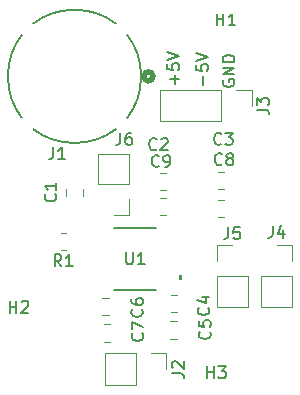
<source format=gbr>
%TF.GenerationSoftware,KiCad,Pcbnew,8.0.1*%
%TF.CreationDate,2024-04-15T14:24:42+02:00*%
%TF.ProjectId,Transmitter prototype,5472616e-736d-4697-9474-65722070726f,rev?*%
%TF.SameCoordinates,Original*%
%TF.FileFunction,Legend,Top*%
%TF.FilePolarity,Positive*%
%FSLAX46Y46*%
G04 Gerber Fmt 4.6, Leading zero omitted, Abs format (unit mm)*
G04 Created by KiCad (PCBNEW 8.0.1) date 2024-04-15 14:24:42*
%MOMM*%
%LPD*%
G01*
G04 APERTURE LIST*
%ADD10C,0.150000*%
%ADD11C,0.120000*%
%ADD12C,0.152400*%
%ADD13C,0.000000*%
%ADD14C,0.508000*%
G04 APERTURE END LIST*
D10*
X175752238Y-76600211D02*
X175704619Y-76695449D01*
X175704619Y-76695449D02*
X175704619Y-76838306D01*
X175704619Y-76838306D02*
X175752238Y-76981163D01*
X175752238Y-76981163D02*
X175847476Y-77076401D01*
X175847476Y-77076401D02*
X175942714Y-77124020D01*
X175942714Y-77124020D02*
X176133190Y-77171639D01*
X176133190Y-77171639D02*
X176276047Y-77171639D01*
X176276047Y-77171639D02*
X176466523Y-77124020D01*
X176466523Y-77124020D02*
X176561761Y-77076401D01*
X176561761Y-77076401D02*
X176657000Y-76981163D01*
X176657000Y-76981163D02*
X176704619Y-76838306D01*
X176704619Y-76838306D02*
X176704619Y-76743068D01*
X176704619Y-76743068D02*
X176657000Y-76600211D01*
X176657000Y-76600211D02*
X176609380Y-76552592D01*
X176609380Y-76552592D02*
X176276047Y-76552592D01*
X176276047Y-76552592D02*
X176276047Y-76743068D01*
X176704619Y-76124020D02*
X175704619Y-76124020D01*
X175704619Y-76124020D02*
X176704619Y-75552592D01*
X176704619Y-75552592D02*
X175704619Y-75552592D01*
X176704619Y-75076401D02*
X175704619Y-75076401D01*
X175704619Y-75076401D02*
X175704619Y-74838306D01*
X175704619Y-74838306D02*
X175752238Y-74695449D01*
X175752238Y-74695449D02*
X175847476Y-74600211D01*
X175847476Y-74600211D02*
X175942714Y-74552592D01*
X175942714Y-74552592D02*
X176133190Y-74504973D01*
X176133190Y-74504973D02*
X176276047Y-74504973D01*
X176276047Y-74504973D02*
X176466523Y-74552592D01*
X176466523Y-74552592D02*
X176561761Y-74600211D01*
X176561761Y-74600211D02*
X176657000Y-74695449D01*
X176657000Y-74695449D02*
X176704619Y-74838306D01*
X176704619Y-74838306D02*
X176704619Y-75076401D01*
X171650066Y-76930020D02*
X171650066Y-76168116D01*
X172031019Y-76549068D02*
X171269114Y-76549068D01*
X171031019Y-75215735D02*
X171031019Y-75691925D01*
X171031019Y-75691925D02*
X171507209Y-75739544D01*
X171507209Y-75739544D02*
X171459590Y-75691925D01*
X171459590Y-75691925D02*
X171411971Y-75596687D01*
X171411971Y-75596687D02*
X171411971Y-75358592D01*
X171411971Y-75358592D02*
X171459590Y-75263354D01*
X171459590Y-75263354D02*
X171507209Y-75215735D01*
X171507209Y-75215735D02*
X171602447Y-75168116D01*
X171602447Y-75168116D02*
X171840542Y-75168116D01*
X171840542Y-75168116D02*
X171935780Y-75215735D01*
X171935780Y-75215735D02*
X171983400Y-75263354D01*
X171983400Y-75263354D02*
X172031019Y-75358592D01*
X172031019Y-75358592D02*
X172031019Y-75596687D01*
X172031019Y-75596687D02*
X171983400Y-75691925D01*
X171983400Y-75691925D02*
X171935780Y-75739544D01*
X171031019Y-74882401D02*
X172031019Y-74549068D01*
X172031019Y-74549068D02*
X171031019Y-74215735D01*
X174088466Y-77031620D02*
X174088466Y-76269716D01*
X173469419Y-75317335D02*
X173469419Y-75793525D01*
X173469419Y-75793525D02*
X173945609Y-75841144D01*
X173945609Y-75841144D02*
X173897990Y-75793525D01*
X173897990Y-75793525D02*
X173850371Y-75698287D01*
X173850371Y-75698287D02*
X173850371Y-75460192D01*
X173850371Y-75460192D02*
X173897990Y-75364954D01*
X173897990Y-75364954D02*
X173945609Y-75317335D01*
X173945609Y-75317335D02*
X174040847Y-75269716D01*
X174040847Y-75269716D02*
X174278942Y-75269716D01*
X174278942Y-75269716D02*
X174374180Y-75317335D01*
X174374180Y-75317335D02*
X174421800Y-75364954D01*
X174421800Y-75364954D02*
X174469419Y-75460192D01*
X174469419Y-75460192D02*
X174469419Y-75698287D01*
X174469419Y-75698287D02*
X174421800Y-75793525D01*
X174421800Y-75793525D02*
X174374180Y-75841144D01*
X173469419Y-74984001D02*
X174469419Y-74650668D01*
X174469419Y-74650668D02*
X173469419Y-74317335D01*
X174396495Y-101851619D02*
X174396495Y-100851619D01*
X174396495Y-101327809D02*
X174967923Y-101327809D01*
X174967923Y-101851619D02*
X174967923Y-100851619D01*
X175348876Y-100851619D02*
X175967923Y-100851619D01*
X175967923Y-100851619D02*
X175634590Y-101232571D01*
X175634590Y-101232571D02*
X175777447Y-101232571D01*
X175777447Y-101232571D02*
X175872685Y-101280190D01*
X175872685Y-101280190D02*
X175920304Y-101327809D01*
X175920304Y-101327809D02*
X175967923Y-101423047D01*
X175967923Y-101423047D02*
X175967923Y-101661142D01*
X175967923Y-101661142D02*
X175920304Y-101756380D01*
X175920304Y-101756380D02*
X175872685Y-101804000D01*
X175872685Y-101804000D02*
X175777447Y-101851619D01*
X175777447Y-101851619D02*
X175491733Y-101851619D01*
X175491733Y-101851619D02*
X175396495Y-101804000D01*
X175396495Y-101804000D02*
X175348876Y-101756380D01*
X174603580Y-97905866D02*
X174651200Y-97953485D01*
X174651200Y-97953485D02*
X174698819Y-98096342D01*
X174698819Y-98096342D02*
X174698819Y-98191580D01*
X174698819Y-98191580D02*
X174651200Y-98334437D01*
X174651200Y-98334437D02*
X174555961Y-98429675D01*
X174555961Y-98429675D02*
X174460723Y-98477294D01*
X174460723Y-98477294D02*
X174270247Y-98524913D01*
X174270247Y-98524913D02*
X174127390Y-98524913D01*
X174127390Y-98524913D02*
X173936914Y-98477294D01*
X173936914Y-98477294D02*
X173841676Y-98429675D01*
X173841676Y-98429675D02*
X173746438Y-98334437D01*
X173746438Y-98334437D02*
X173698819Y-98191580D01*
X173698819Y-98191580D02*
X173698819Y-98096342D01*
X173698819Y-98096342D02*
X173746438Y-97953485D01*
X173746438Y-97953485D02*
X173794057Y-97905866D01*
X173698819Y-97001104D02*
X173698819Y-97477294D01*
X173698819Y-97477294D02*
X174175009Y-97524913D01*
X174175009Y-97524913D02*
X174127390Y-97477294D01*
X174127390Y-97477294D02*
X174079771Y-97382056D01*
X174079771Y-97382056D02*
X174079771Y-97143961D01*
X174079771Y-97143961D02*
X174127390Y-97048723D01*
X174127390Y-97048723D02*
X174175009Y-97001104D01*
X174175009Y-97001104D02*
X174270247Y-96953485D01*
X174270247Y-96953485D02*
X174508342Y-96953485D01*
X174508342Y-96953485D02*
X174603580Y-97001104D01*
X174603580Y-97001104D02*
X174651200Y-97048723D01*
X174651200Y-97048723D02*
X174698819Y-97143961D01*
X174698819Y-97143961D02*
X174698819Y-97382056D01*
X174698819Y-97382056D02*
X174651200Y-97477294D01*
X174651200Y-97477294D02*
X174603580Y-97524913D01*
X168863180Y-96026266D02*
X168910800Y-96073885D01*
X168910800Y-96073885D02*
X168958419Y-96216742D01*
X168958419Y-96216742D02*
X168958419Y-96311980D01*
X168958419Y-96311980D02*
X168910800Y-96454837D01*
X168910800Y-96454837D02*
X168815561Y-96550075D01*
X168815561Y-96550075D02*
X168720323Y-96597694D01*
X168720323Y-96597694D02*
X168529847Y-96645313D01*
X168529847Y-96645313D02*
X168386990Y-96645313D01*
X168386990Y-96645313D02*
X168196514Y-96597694D01*
X168196514Y-96597694D02*
X168101276Y-96550075D01*
X168101276Y-96550075D02*
X168006038Y-96454837D01*
X168006038Y-96454837D02*
X167958419Y-96311980D01*
X167958419Y-96311980D02*
X167958419Y-96216742D01*
X167958419Y-96216742D02*
X168006038Y-96073885D01*
X168006038Y-96073885D02*
X168053657Y-96026266D01*
X167958419Y-95169123D02*
X167958419Y-95359599D01*
X167958419Y-95359599D02*
X168006038Y-95454837D01*
X168006038Y-95454837D02*
X168053657Y-95502456D01*
X168053657Y-95502456D02*
X168196514Y-95597694D01*
X168196514Y-95597694D02*
X168386990Y-95645313D01*
X168386990Y-95645313D02*
X168767942Y-95645313D01*
X168767942Y-95645313D02*
X168863180Y-95597694D01*
X168863180Y-95597694D02*
X168910800Y-95550075D01*
X168910800Y-95550075D02*
X168958419Y-95454837D01*
X168958419Y-95454837D02*
X168958419Y-95264361D01*
X168958419Y-95264361D02*
X168910800Y-95169123D01*
X168910800Y-95169123D02*
X168863180Y-95121504D01*
X168863180Y-95121504D02*
X168767942Y-95073885D01*
X168767942Y-95073885D02*
X168529847Y-95073885D01*
X168529847Y-95073885D02*
X168434609Y-95121504D01*
X168434609Y-95121504D02*
X168386990Y-95169123D01*
X168386990Y-95169123D02*
X168339371Y-95264361D01*
X168339371Y-95264361D02*
X168339371Y-95454837D01*
X168339371Y-95454837D02*
X168386990Y-95550075D01*
X168386990Y-95550075D02*
X168434609Y-95597694D01*
X168434609Y-95597694D02*
X168529847Y-95645313D01*
X161547980Y-86272666D02*
X161595600Y-86320285D01*
X161595600Y-86320285D02*
X161643219Y-86463142D01*
X161643219Y-86463142D02*
X161643219Y-86558380D01*
X161643219Y-86558380D02*
X161595600Y-86701237D01*
X161595600Y-86701237D02*
X161500361Y-86796475D01*
X161500361Y-86796475D02*
X161405123Y-86844094D01*
X161405123Y-86844094D02*
X161214647Y-86891713D01*
X161214647Y-86891713D02*
X161071790Y-86891713D01*
X161071790Y-86891713D02*
X160881314Y-86844094D01*
X160881314Y-86844094D02*
X160786076Y-86796475D01*
X160786076Y-86796475D02*
X160690838Y-86701237D01*
X160690838Y-86701237D02*
X160643219Y-86558380D01*
X160643219Y-86558380D02*
X160643219Y-86463142D01*
X160643219Y-86463142D02*
X160690838Y-86320285D01*
X160690838Y-86320285D02*
X160738457Y-86272666D01*
X161643219Y-85320285D02*
X161643219Y-85891713D01*
X161643219Y-85605999D02*
X160643219Y-85605999D01*
X160643219Y-85605999D02*
X160786076Y-85701237D01*
X160786076Y-85701237D02*
X160881314Y-85796475D01*
X160881314Y-85796475D02*
X160928933Y-85891713D01*
X178619619Y-79124133D02*
X179333904Y-79124133D01*
X179333904Y-79124133D02*
X179476761Y-79171752D01*
X179476761Y-79171752D02*
X179572000Y-79266990D01*
X179572000Y-79266990D02*
X179619619Y-79409847D01*
X179619619Y-79409847D02*
X179619619Y-79505085D01*
X178619619Y-78743180D02*
X178619619Y-78124133D01*
X178619619Y-78124133D02*
X179000571Y-78457466D01*
X179000571Y-78457466D02*
X179000571Y-78314609D01*
X179000571Y-78314609D02*
X179048190Y-78219371D01*
X179048190Y-78219371D02*
X179095809Y-78171752D01*
X179095809Y-78171752D02*
X179191047Y-78124133D01*
X179191047Y-78124133D02*
X179429142Y-78124133D01*
X179429142Y-78124133D02*
X179524380Y-78171752D01*
X179524380Y-78171752D02*
X179572000Y-78219371D01*
X179572000Y-78219371D02*
X179619619Y-78314609D01*
X179619619Y-78314609D02*
X179619619Y-78600323D01*
X179619619Y-78600323D02*
X179572000Y-78695561D01*
X179572000Y-78695561D02*
X179524380Y-78743180D01*
X176196666Y-89072819D02*
X176196666Y-89787104D01*
X176196666Y-89787104D02*
X176149047Y-89929961D01*
X176149047Y-89929961D02*
X176053809Y-90025200D01*
X176053809Y-90025200D02*
X175910952Y-90072819D01*
X175910952Y-90072819D02*
X175815714Y-90072819D01*
X177149047Y-89072819D02*
X176672857Y-89072819D01*
X176672857Y-89072819D02*
X176625238Y-89549009D01*
X176625238Y-89549009D02*
X176672857Y-89501390D01*
X176672857Y-89501390D02*
X176768095Y-89453771D01*
X176768095Y-89453771D02*
X177006190Y-89453771D01*
X177006190Y-89453771D02*
X177101428Y-89501390D01*
X177101428Y-89501390D02*
X177149047Y-89549009D01*
X177149047Y-89549009D02*
X177196666Y-89644247D01*
X177196666Y-89644247D02*
X177196666Y-89882342D01*
X177196666Y-89882342D02*
X177149047Y-89977580D01*
X177149047Y-89977580D02*
X177101428Y-90025200D01*
X177101428Y-90025200D02*
X177006190Y-90072819D01*
X177006190Y-90072819D02*
X176768095Y-90072819D01*
X176768095Y-90072819D02*
X176672857Y-90025200D01*
X176672857Y-90025200D02*
X176625238Y-89977580D01*
X171406019Y-101425333D02*
X172120304Y-101425333D01*
X172120304Y-101425333D02*
X172263161Y-101472952D01*
X172263161Y-101472952D02*
X172358400Y-101568190D01*
X172358400Y-101568190D02*
X172406019Y-101711047D01*
X172406019Y-101711047D02*
X172406019Y-101806285D01*
X171501257Y-100996761D02*
X171453638Y-100949142D01*
X171453638Y-100949142D02*
X171406019Y-100853904D01*
X171406019Y-100853904D02*
X171406019Y-100615809D01*
X171406019Y-100615809D02*
X171453638Y-100520571D01*
X171453638Y-100520571D02*
X171501257Y-100472952D01*
X171501257Y-100472952D02*
X171596495Y-100425333D01*
X171596495Y-100425333D02*
X171691733Y-100425333D01*
X171691733Y-100425333D02*
X171834590Y-100472952D01*
X171834590Y-100472952D02*
X172406019Y-101044380D01*
X172406019Y-101044380D02*
X172406019Y-100425333D01*
X168913980Y-98058266D02*
X168961600Y-98105885D01*
X168961600Y-98105885D02*
X169009219Y-98248742D01*
X169009219Y-98248742D02*
X169009219Y-98343980D01*
X169009219Y-98343980D02*
X168961600Y-98486837D01*
X168961600Y-98486837D02*
X168866361Y-98582075D01*
X168866361Y-98582075D02*
X168771123Y-98629694D01*
X168771123Y-98629694D02*
X168580647Y-98677313D01*
X168580647Y-98677313D02*
X168437790Y-98677313D01*
X168437790Y-98677313D02*
X168247314Y-98629694D01*
X168247314Y-98629694D02*
X168152076Y-98582075D01*
X168152076Y-98582075D02*
X168056838Y-98486837D01*
X168056838Y-98486837D02*
X168009219Y-98343980D01*
X168009219Y-98343980D02*
X168009219Y-98248742D01*
X168009219Y-98248742D02*
X168056838Y-98105885D01*
X168056838Y-98105885D02*
X168104457Y-98058266D01*
X168009219Y-97724932D02*
X168009219Y-97058266D01*
X168009219Y-97058266D02*
X169009219Y-97486837D01*
X167525795Y-91212319D02*
X167525795Y-92021842D01*
X167525795Y-92021842D02*
X167573414Y-92117080D01*
X167573414Y-92117080D02*
X167621033Y-92164700D01*
X167621033Y-92164700D02*
X167716271Y-92212319D01*
X167716271Y-92212319D02*
X167906747Y-92212319D01*
X167906747Y-92212319D02*
X168001985Y-92164700D01*
X168001985Y-92164700D02*
X168049604Y-92117080D01*
X168049604Y-92117080D02*
X168097223Y-92021842D01*
X168097223Y-92021842D02*
X168097223Y-91212319D01*
X169097223Y-92212319D02*
X168525795Y-92212319D01*
X168811509Y-92212319D02*
X168811509Y-91212319D01*
X168811509Y-91212319D02*
X168716271Y-91355176D01*
X168716271Y-91355176D02*
X168621033Y-91450414D01*
X168621033Y-91450414D02*
X168525795Y-91498033D01*
X161363066Y-82309619D02*
X161363066Y-83023904D01*
X161363066Y-83023904D02*
X161315447Y-83166761D01*
X161315447Y-83166761D02*
X161220209Y-83262000D01*
X161220209Y-83262000D02*
X161077352Y-83309619D01*
X161077352Y-83309619D02*
X160982114Y-83309619D01*
X162363066Y-83309619D02*
X161791638Y-83309619D01*
X162077352Y-83309619D02*
X162077352Y-82309619D01*
X162077352Y-82309619D02*
X161982114Y-82452476D01*
X161982114Y-82452476D02*
X161886876Y-82547714D01*
X161886876Y-82547714D02*
X161791638Y-82595333D01*
X174501980Y-95873866D02*
X174549600Y-95921485D01*
X174549600Y-95921485D02*
X174597219Y-96064342D01*
X174597219Y-96064342D02*
X174597219Y-96159580D01*
X174597219Y-96159580D02*
X174549600Y-96302437D01*
X174549600Y-96302437D02*
X174454361Y-96397675D01*
X174454361Y-96397675D02*
X174359123Y-96445294D01*
X174359123Y-96445294D02*
X174168647Y-96492913D01*
X174168647Y-96492913D02*
X174025790Y-96492913D01*
X174025790Y-96492913D02*
X173835314Y-96445294D01*
X173835314Y-96445294D02*
X173740076Y-96397675D01*
X173740076Y-96397675D02*
X173644838Y-96302437D01*
X173644838Y-96302437D02*
X173597219Y-96159580D01*
X173597219Y-96159580D02*
X173597219Y-96064342D01*
X173597219Y-96064342D02*
X173644838Y-95921485D01*
X173644838Y-95921485D02*
X173692457Y-95873866D01*
X173930552Y-95016723D02*
X174597219Y-95016723D01*
X173549600Y-95254818D02*
X174263885Y-95492913D01*
X174263885Y-95492913D02*
X174263885Y-94873866D01*
X170318133Y-83874780D02*
X170270514Y-83922400D01*
X170270514Y-83922400D02*
X170127657Y-83970019D01*
X170127657Y-83970019D02*
X170032419Y-83970019D01*
X170032419Y-83970019D02*
X169889562Y-83922400D01*
X169889562Y-83922400D02*
X169794324Y-83827161D01*
X169794324Y-83827161D02*
X169746705Y-83731923D01*
X169746705Y-83731923D02*
X169699086Y-83541447D01*
X169699086Y-83541447D02*
X169699086Y-83398590D01*
X169699086Y-83398590D02*
X169746705Y-83208114D01*
X169746705Y-83208114D02*
X169794324Y-83112876D01*
X169794324Y-83112876D02*
X169889562Y-83017638D01*
X169889562Y-83017638D02*
X170032419Y-82970019D01*
X170032419Y-82970019D02*
X170127657Y-82970019D01*
X170127657Y-82970019D02*
X170270514Y-83017638D01*
X170270514Y-83017638D02*
X170318133Y-83065257D01*
X170794324Y-83970019D02*
X170984800Y-83970019D01*
X170984800Y-83970019D02*
X171080038Y-83922400D01*
X171080038Y-83922400D02*
X171127657Y-83874780D01*
X171127657Y-83874780D02*
X171222895Y-83731923D01*
X171222895Y-83731923D02*
X171270514Y-83541447D01*
X171270514Y-83541447D02*
X171270514Y-83160495D01*
X171270514Y-83160495D02*
X171222895Y-83065257D01*
X171222895Y-83065257D02*
X171175276Y-83017638D01*
X171175276Y-83017638D02*
X171080038Y-82970019D01*
X171080038Y-82970019D02*
X170889562Y-82970019D01*
X170889562Y-82970019D02*
X170794324Y-83017638D01*
X170794324Y-83017638D02*
X170746705Y-83065257D01*
X170746705Y-83065257D02*
X170699086Y-83160495D01*
X170699086Y-83160495D02*
X170699086Y-83398590D01*
X170699086Y-83398590D02*
X170746705Y-83493828D01*
X170746705Y-83493828D02*
X170794324Y-83541447D01*
X170794324Y-83541447D02*
X170889562Y-83589066D01*
X170889562Y-83589066D02*
X171080038Y-83589066D01*
X171080038Y-83589066D02*
X171175276Y-83541447D01*
X171175276Y-83541447D02*
X171222895Y-83493828D01*
X171222895Y-83493828D02*
X171270514Y-83398590D01*
X167052666Y-81090419D02*
X167052666Y-81804704D01*
X167052666Y-81804704D02*
X167005047Y-81947561D01*
X167005047Y-81947561D02*
X166909809Y-82042800D01*
X166909809Y-82042800D02*
X166766952Y-82090419D01*
X166766952Y-82090419D02*
X166671714Y-82090419D01*
X167957428Y-81090419D02*
X167766952Y-81090419D01*
X167766952Y-81090419D02*
X167671714Y-81138038D01*
X167671714Y-81138038D02*
X167624095Y-81185657D01*
X167624095Y-81185657D02*
X167528857Y-81328514D01*
X167528857Y-81328514D02*
X167481238Y-81518990D01*
X167481238Y-81518990D02*
X167481238Y-81899942D01*
X167481238Y-81899942D02*
X167528857Y-81995180D01*
X167528857Y-81995180D02*
X167576476Y-82042800D01*
X167576476Y-82042800D02*
X167671714Y-82090419D01*
X167671714Y-82090419D02*
X167862190Y-82090419D01*
X167862190Y-82090419D02*
X167957428Y-82042800D01*
X167957428Y-82042800D02*
X168005047Y-81995180D01*
X168005047Y-81995180D02*
X168052666Y-81899942D01*
X168052666Y-81899942D02*
X168052666Y-81661847D01*
X168052666Y-81661847D02*
X168005047Y-81566609D01*
X168005047Y-81566609D02*
X167957428Y-81518990D01*
X167957428Y-81518990D02*
X167862190Y-81471371D01*
X167862190Y-81471371D02*
X167671714Y-81471371D01*
X167671714Y-81471371D02*
X167576476Y-81518990D01*
X167576476Y-81518990D02*
X167528857Y-81566609D01*
X167528857Y-81566609D02*
X167481238Y-81661847D01*
X175601333Y-81995180D02*
X175553714Y-82042800D01*
X175553714Y-82042800D02*
X175410857Y-82090419D01*
X175410857Y-82090419D02*
X175315619Y-82090419D01*
X175315619Y-82090419D02*
X175172762Y-82042800D01*
X175172762Y-82042800D02*
X175077524Y-81947561D01*
X175077524Y-81947561D02*
X175029905Y-81852323D01*
X175029905Y-81852323D02*
X174982286Y-81661847D01*
X174982286Y-81661847D02*
X174982286Y-81518990D01*
X174982286Y-81518990D02*
X175029905Y-81328514D01*
X175029905Y-81328514D02*
X175077524Y-81233276D01*
X175077524Y-81233276D02*
X175172762Y-81138038D01*
X175172762Y-81138038D02*
X175315619Y-81090419D01*
X175315619Y-81090419D02*
X175410857Y-81090419D01*
X175410857Y-81090419D02*
X175553714Y-81138038D01*
X175553714Y-81138038D02*
X175601333Y-81185657D01*
X175934667Y-81090419D02*
X176553714Y-81090419D01*
X176553714Y-81090419D02*
X176220381Y-81471371D01*
X176220381Y-81471371D02*
X176363238Y-81471371D01*
X176363238Y-81471371D02*
X176458476Y-81518990D01*
X176458476Y-81518990D02*
X176506095Y-81566609D01*
X176506095Y-81566609D02*
X176553714Y-81661847D01*
X176553714Y-81661847D02*
X176553714Y-81899942D01*
X176553714Y-81899942D02*
X176506095Y-81995180D01*
X176506095Y-81995180D02*
X176458476Y-82042800D01*
X176458476Y-82042800D02*
X176363238Y-82090419D01*
X176363238Y-82090419D02*
X176077524Y-82090419D01*
X176077524Y-82090419D02*
X175982286Y-82042800D01*
X175982286Y-82042800D02*
X175934667Y-81995180D01*
X175652133Y-83722380D02*
X175604514Y-83770000D01*
X175604514Y-83770000D02*
X175461657Y-83817619D01*
X175461657Y-83817619D02*
X175366419Y-83817619D01*
X175366419Y-83817619D02*
X175223562Y-83770000D01*
X175223562Y-83770000D02*
X175128324Y-83674761D01*
X175128324Y-83674761D02*
X175080705Y-83579523D01*
X175080705Y-83579523D02*
X175033086Y-83389047D01*
X175033086Y-83389047D02*
X175033086Y-83246190D01*
X175033086Y-83246190D02*
X175080705Y-83055714D01*
X175080705Y-83055714D02*
X175128324Y-82960476D01*
X175128324Y-82960476D02*
X175223562Y-82865238D01*
X175223562Y-82865238D02*
X175366419Y-82817619D01*
X175366419Y-82817619D02*
X175461657Y-82817619D01*
X175461657Y-82817619D02*
X175604514Y-82865238D01*
X175604514Y-82865238D02*
X175652133Y-82912857D01*
X176223562Y-83246190D02*
X176128324Y-83198571D01*
X176128324Y-83198571D02*
X176080705Y-83150952D01*
X176080705Y-83150952D02*
X176033086Y-83055714D01*
X176033086Y-83055714D02*
X176033086Y-83008095D01*
X176033086Y-83008095D02*
X176080705Y-82912857D01*
X176080705Y-82912857D02*
X176128324Y-82865238D01*
X176128324Y-82865238D02*
X176223562Y-82817619D01*
X176223562Y-82817619D02*
X176414038Y-82817619D01*
X176414038Y-82817619D02*
X176509276Y-82865238D01*
X176509276Y-82865238D02*
X176556895Y-82912857D01*
X176556895Y-82912857D02*
X176604514Y-83008095D01*
X176604514Y-83008095D02*
X176604514Y-83055714D01*
X176604514Y-83055714D02*
X176556895Y-83150952D01*
X176556895Y-83150952D02*
X176509276Y-83198571D01*
X176509276Y-83198571D02*
X176414038Y-83246190D01*
X176414038Y-83246190D02*
X176223562Y-83246190D01*
X176223562Y-83246190D02*
X176128324Y-83293809D01*
X176128324Y-83293809D02*
X176080705Y-83341428D01*
X176080705Y-83341428D02*
X176033086Y-83436666D01*
X176033086Y-83436666D02*
X176033086Y-83627142D01*
X176033086Y-83627142D02*
X176080705Y-83722380D01*
X176080705Y-83722380D02*
X176128324Y-83770000D01*
X176128324Y-83770000D02*
X176223562Y-83817619D01*
X176223562Y-83817619D02*
X176414038Y-83817619D01*
X176414038Y-83817619D02*
X176509276Y-83770000D01*
X176509276Y-83770000D02*
X176556895Y-83722380D01*
X176556895Y-83722380D02*
X176604514Y-83627142D01*
X176604514Y-83627142D02*
X176604514Y-83436666D01*
X176604514Y-83436666D02*
X176556895Y-83341428D01*
X176556895Y-83341428D02*
X176509276Y-83293809D01*
X176509276Y-83293809D02*
X176414038Y-83246190D01*
X162053733Y-92376419D02*
X161720400Y-91900228D01*
X161482305Y-92376419D02*
X161482305Y-91376419D01*
X161482305Y-91376419D02*
X161863257Y-91376419D01*
X161863257Y-91376419D02*
X161958495Y-91424038D01*
X161958495Y-91424038D02*
X162006114Y-91471657D01*
X162006114Y-91471657D02*
X162053733Y-91566895D01*
X162053733Y-91566895D02*
X162053733Y-91709752D01*
X162053733Y-91709752D02*
X162006114Y-91804990D01*
X162006114Y-91804990D02*
X161958495Y-91852609D01*
X161958495Y-91852609D02*
X161863257Y-91900228D01*
X161863257Y-91900228D02*
X161482305Y-91900228D01*
X163006114Y-92376419D02*
X162434686Y-92376419D01*
X162720400Y-92376419D02*
X162720400Y-91376419D01*
X162720400Y-91376419D02*
X162625162Y-91519276D01*
X162625162Y-91519276D02*
X162529924Y-91614514D01*
X162529924Y-91614514D02*
X162434686Y-91662133D01*
X179955866Y-88964419D02*
X179955866Y-89678704D01*
X179955866Y-89678704D02*
X179908247Y-89821561D01*
X179908247Y-89821561D02*
X179813009Y-89916800D01*
X179813009Y-89916800D02*
X179670152Y-89964419D01*
X179670152Y-89964419D02*
X179574914Y-89964419D01*
X180860628Y-89297752D02*
X180860628Y-89964419D01*
X180622533Y-88916800D02*
X180384438Y-89631085D01*
X180384438Y-89631085D02*
X181003485Y-89631085D01*
X157683295Y-96314419D02*
X157683295Y-95314419D01*
X157683295Y-95790609D02*
X158254723Y-95790609D01*
X158254723Y-96314419D02*
X158254723Y-95314419D01*
X158683295Y-95409657D02*
X158730914Y-95362038D01*
X158730914Y-95362038D02*
X158826152Y-95314419D01*
X158826152Y-95314419D02*
X159064247Y-95314419D01*
X159064247Y-95314419D02*
X159159485Y-95362038D01*
X159159485Y-95362038D02*
X159207104Y-95409657D01*
X159207104Y-95409657D02*
X159254723Y-95504895D01*
X159254723Y-95504895D02*
X159254723Y-95600133D01*
X159254723Y-95600133D02*
X159207104Y-95742990D01*
X159207104Y-95742990D02*
X158635676Y-96314419D01*
X158635676Y-96314419D02*
X159254723Y-96314419D01*
X175209295Y-71981219D02*
X175209295Y-70981219D01*
X175209295Y-71457409D02*
X175780723Y-71457409D01*
X175780723Y-71981219D02*
X175780723Y-70981219D01*
X176780723Y-71981219D02*
X176209295Y-71981219D01*
X176495009Y-71981219D02*
X176495009Y-70981219D01*
X176495009Y-70981219D02*
X176399771Y-71124076D01*
X176399771Y-71124076D02*
X176304533Y-71219314D01*
X176304533Y-71219314D02*
X176209295Y-71266933D01*
X170114933Y-82452380D02*
X170067314Y-82500000D01*
X170067314Y-82500000D02*
X169924457Y-82547619D01*
X169924457Y-82547619D02*
X169829219Y-82547619D01*
X169829219Y-82547619D02*
X169686362Y-82500000D01*
X169686362Y-82500000D02*
X169591124Y-82404761D01*
X169591124Y-82404761D02*
X169543505Y-82309523D01*
X169543505Y-82309523D02*
X169495886Y-82119047D01*
X169495886Y-82119047D02*
X169495886Y-81976190D01*
X169495886Y-81976190D02*
X169543505Y-81785714D01*
X169543505Y-81785714D02*
X169591124Y-81690476D01*
X169591124Y-81690476D02*
X169686362Y-81595238D01*
X169686362Y-81595238D02*
X169829219Y-81547619D01*
X169829219Y-81547619D02*
X169924457Y-81547619D01*
X169924457Y-81547619D02*
X170067314Y-81595238D01*
X170067314Y-81595238D02*
X170114933Y-81642857D01*
X170495886Y-81642857D02*
X170543505Y-81595238D01*
X170543505Y-81595238D02*
X170638743Y-81547619D01*
X170638743Y-81547619D02*
X170876838Y-81547619D01*
X170876838Y-81547619D02*
X170972076Y-81595238D01*
X170972076Y-81595238D02*
X171019695Y-81642857D01*
X171019695Y-81642857D02*
X171067314Y-81738095D01*
X171067314Y-81738095D02*
X171067314Y-81833333D01*
X171067314Y-81833333D02*
X171019695Y-81976190D01*
X171019695Y-81976190D02*
X170448267Y-82547619D01*
X170448267Y-82547619D02*
X171067314Y-82547619D01*
D11*
%TO.C,C5*%
X171290348Y-97055000D02*
X171812852Y-97055000D01*
X171290348Y-98525000D02*
X171812852Y-98525000D01*
%TO.C,C6*%
X165528448Y-95073800D02*
X166050952Y-95073800D01*
X165528448Y-96543800D02*
X166050952Y-96543800D01*
%TO.C,C1*%
X162460000Y-85866248D02*
X162460000Y-86388752D01*
X163930000Y-85866248D02*
X163930000Y-86388752D01*
%TO.C,J3*%
X170424800Y-77460800D02*
X170424800Y-80120800D01*
X175564800Y-77460800D02*
X170424800Y-77460800D01*
X175564800Y-77460800D02*
X175564800Y-80120800D01*
X175564800Y-80120800D02*
X170424800Y-80120800D01*
X176834800Y-77460800D02*
X178164800Y-77460800D01*
X178164800Y-77460800D02*
X178164800Y-78790800D01*
%TO.C,J5*%
X175200000Y-90618000D02*
X176530000Y-90618000D01*
X175200000Y-91948000D02*
X175200000Y-90618000D01*
X175200000Y-93218000D02*
X175200000Y-95818000D01*
X175200000Y-93218000D02*
X177860000Y-93218000D01*
X175200000Y-95818000D02*
X177860000Y-95818000D01*
X177860000Y-93218000D02*
X177860000Y-95818000D01*
%TO.C,J2*%
X165751200Y-99762000D02*
X165751200Y-102422000D01*
X168351200Y-99762000D02*
X165751200Y-99762000D01*
X168351200Y-99762000D02*
X168351200Y-102422000D01*
X168351200Y-102422000D02*
X165751200Y-102422000D01*
X169621200Y-99762000D02*
X170951200Y-99762000D01*
X170951200Y-99762000D02*
X170951200Y-101092000D01*
%TO.C,C7*%
X166152552Y-97309000D02*
X165630048Y-97309000D01*
X166152552Y-98779000D02*
X165630048Y-98779000D01*
D12*
%TO.C,U1*%
X166535203Y-94386400D02*
X170040197Y-94386400D01*
X170040197Y-89128600D02*
X166535203Y-89128600D01*
D13*
G36*
X172244499Y-93535500D02*
G01*
X171990499Y-93535500D01*
X171990499Y-93154500D01*
X172244499Y-93154500D01*
X172244499Y-93535500D01*
G37*
D12*
%TO.C,J1*%
X157543500Y-76174600D02*
X157543500Y-76428600D01*
X163042600Y-81927700D02*
X163296600Y-81927700D01*
X163296600Y-70675500D02*
X163042600Y-70675500D01*
X168795700Y-76428600D02*
X168795700Y-76174600D01*
X157543500Y-76174604D02*
G75*
G02*
X158698330Y-72803040I5499087J8D01*
G01*
X158698332Y-79800163D02*
G75*
G02*
X157543500Y-76428600I4344273J3371565D01*
G01*
X159671037Y-71830332D02*
G75*
G02*
X163042600Y-70675500I3371565J-4344273D01*
G01*
X163042604Y-81927700D02*
G75*
G02*
X159671040Y-80772870I-8J5499087D01*
G01*
X163296600Y-70675500D02*
G75*
G02*
X166668163Y-71830332I0J-5499100D01*
G01*
X166668163Y-80772868D02*
G75*
G02*
X163296600Y-81927700I-3371563J4344268D01*
G01*
X167640868Y-72803037D02*
G75*
G02*
X168795700Y-76174600I-4344268J-3371563D01*
G01*
X168795700Y-76428600D02*
G75*
G02*
X167640871Y-79800159I-5499100J0D01*
G01*
D14*
X169811700Y-76301600D02*
G75*
G02*
X169049700Y-76301600I-381000J0D01*
G01*
X169049700Y-76301600D02*
G75*
G02*
X169811700Y-76301600I381000J0D01*
G01*
D11*
%TO.C,C4*%
X171834352Y-94819800D02*
X171311848Y-94819800D01*
X171834352Y-96289800D02*
X171311848Y-96289800D01*
%TO.C,C9*%
X170375948Y-86590200D02*
X170898452Y-86590200D01*
X170375948Y-88060200D02*
X170898452Y-88060200D01*
%TO.C,J6*%
X165141600Y-85445600D02*
X165141600Y-82845600D01*
X167801600Y-82845600D02*
X165141600Y-82845600D01*
X167801600Y-85445600D02*
X165141600Y-85445600D01*
X167801600Y-85445600D02*
X167801600Y-82845600D01*
X167801600Y-86715600D02*
X167801600Y-88045600D01*
X167801600Y-88045600D02*
X166471600Y-88045600D01*
%TO.C,C3*%
X175826052Y-84405800D02*
X175303548Y-84405800D01*
X175826052Y-85875800D02*
X175303548Y-85875800D01*
%TO.C,C8*%
X175804552Y-86742600D02*
X175282048Y-86742600D01*
X175804552Y-88212600D02*
X175282048Y-88212600D01*
%TO.C,R1*%
X162447464Y-89536600D02*
X161993336Y-89536600D01*
X162447464Y-91006600D02*
X161993336Y-91006600D01*
%TO.C,J4*%
X178959200Y-93218000D02*
X178959200Y-95818000D01*
X178959200Y-93218000D02*
X181619200Y-93218000D01*
X178959200Y-95818000D02*
X181619200Y-95818000D01*
X180289200Y-90618000D02*
X181619200Y-90618000D01*
X181619200Y-90618000D02*
X181619200Y-91948000D01*
X181619200Y-93218000D02*
X181619200Y-95818000D01*
%TO.C,C2*%
X170375948Y-84456600D02*
X170898452Y-84456600D01*
X170375948Y-85926600D02*
X170898452Y-85926600D01*
%TD*%
M02*

</source>
